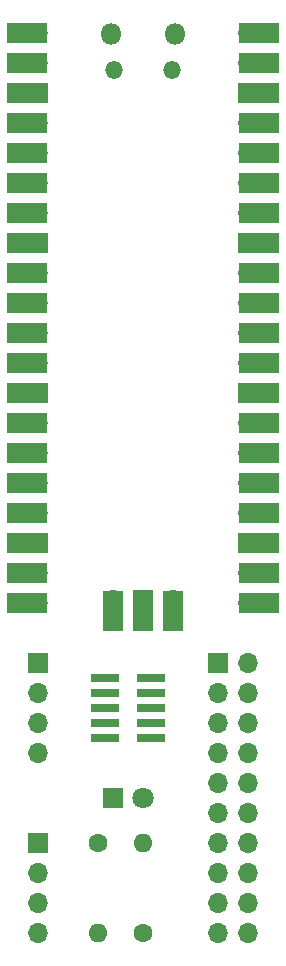
<source format=gbr>
%TF.GenerationSoftware,KiCad,Pcbnew,(6.0.6)*%
%TF.CreationDate,2022-08-06T18:53:41-04:00*%
%TF.ProjectId,freedap-pico,66726565-6461-4702-9d70-69636f2e6b69,rev?*%
%TF.SameCoordinates,Original*%
%TF.FileFunction,Soldermask,Top*%
%TF.FilePolarity,Negative*%
%FSLAX46Y46*%
G04 Gerber Fmt 4.6, Leading zero omitted, Abs format (unit mm)*
G04 Created by KiCad (PCBNEW (6.0.6)) date 2022-08-06 18:53:41*
%MOMM*%
%LPD*%
G01*
G04 APERTURE LIST*
%ADD10R,1.700000X1.700000*%
%ADD11O,1.700000X1.700000*%
%ADD12R,2.400000X0.740000*%
%ADD13O,1.500000X1.500000*%
%ADD14O,1.800000X1.800000*%
%ADD15R,3.500000X1.700000*%
%ADD16R,1.700000X3.500000*%
%ADD17C,1.600000*%
%ADD18O,1.600000X1.600000*%
%ADD19R,1.800000X1.800000*%
%ADD20C,1.800000*%
G04 APERTURE END LIST*
D10*
%TO.C,JPILL1*%
X46990000Y-90170000D03*
D11*
X46990000Y-92710000D03*
X46990000Y-95250000D03*
X46990000Y-97790000D03*
%TD*%
D12*
%TO.C,JSWD1*%
X52660000Y-91440000D03*
X56560000Y-91440000D03*
X52660000Y-92710000D03*
X56560000Y-92710000D03*
X52660000Y-93980000D03*
X56560000Y-93980000D03*
X52660000Y-95250000D03*
X56560000Y-95250000D03*
X52660000Y-96520000D03*
X56560000Y-96520000D03*
%TD*%
D10*
%TO.C,JVCP1*%
X46990000Y-105420000D03*
D11*
X46990000Y-107960000D03*
X46990000Y-110500000D03*
X46990000Y-113040000D03*
%TD*%
D13*
%TO.C,U1*%
X53455000Y-39990000D03*
X58305000Y-39990000D03*
D14*
X53155000Y-36960000D03*
X58605000Y-36960000D03*
D15*
X46090000Y-36830000D03*
D11*
X46990000Y-36830000D03*
X46990000Y-39370000D03*
D15*
X46090000Y-39370000D03*
D10*
X46990000Y-41910000D03*
D15*
X46090000Y-41910000D03*
D11*
X46990000Y-44450000D03*
D15*
X46090000Y-44450000D03*
D11*
X46990000Y-46990000D03*
D15*
X46090000Y-46990000D03*
X46090000Y-49530000D03*
D11*
X46990000Y-49530000D03*
X46990000Y-52070000D03*
D15*
X46090000Y-52070000D03*
D10*
X46990000Y-54610000D03*
D15*
X46090000Y-54610000D03*
D11*
X46990000Y-57150000D03*
D15*
X46090000Y-57150000D03*
X46090000Y-59690000D03*
D11*
X46990000Y-59690000D03*
X46990000Y-62230000D03*
D15*
X46090000Y-62230000D03*
D11*
X46990000Y-64770000D03*
D15*
X46090000Y-64770000D03*
X46090000Y-67310000D03*
D10*
X46990000Y-67310000D03*
D11*
X46990000Y-69850000D03*
D15*
X46090000Y-69850000D03*
D11*
X46990000Y-72390000D03*
D15*
X46090000Y-72390000D03*
D11*
X46990000Y-74930000D03*
D15*
X46090000Y-74930000D03*
D11*
X46990000Y-77470000D03*
D15*
X46090000Y-77470000D03*
X46090000Y-80010000D03*
D10*
X46990000Y-80010000D03*
D11*
X46990000Y-82550000D03*
D15*
X46090000Y-82550000D03*
D11*
X46990000Y-85090000D03*
D15*
X46090000Y-85090000D03*
D11*
X64770000Y-85090000D03*
D15*
X65670000Y-85090000D03*
D11*
X64770000Y-82550000D03*
D15*
X65670000Y-82550000D03*
X65670000Y-80010000D03*
D10*
X64770000Y-80010000D03*
D15*
X65670000Y-77470000D03*
D11*
X64770000Y-77470000D03*
D15*
X65670000Y-74930000D03*
D11*
X64770000Y-74930000D03*
X64770000Y-72390000D03*
D15*
X65670000Y-72390000D03*
D11*
X64770000Y-69850000D03*
D15*
X65670000Y-69850000D03*
X65670000Y-67310000D03*
D10*
X64770000Y-67310000D03*
D11*
X64770000Y-64770000D03*
D15*
X65670000Y-64770000D03*
X65670000Y-62230000D03*
D11*
X64770000Y-62230000D03*
X64770000Y-59690000D03*
D15*
X65670000Y-59690000D03*
D11*
X64770000Y-57150000D03*
D15*
X65670000Y-57150000D03*
D10*
X64770000Y-54610000D03*
D15*
X65670000Y-54610000D03*
X65670000Y-52070000D03*
D11*
X64770000Y-52070000D03*
D15*
X65670000Y-49530000D03*
D11*
X64770000Y-49530000D03*
X64770000Y-46990000D03*
D15*
X65670000Y-46990000D03*
X65670000Y-44450000D03*
D11*
X64770000Y-44450000D03*
D10*
X64770000Y-41910000D03*
D15*
X65670000Y-41910000D03*
D11*
X64770000Y-39370000D03*
D15*
X65670000Y-39370000D03*
D11*
X64770000Y-36830000D03*
D15*
X65670000Y-36830000D03*
D11*
X53340000Y-84860000D03*
D16*
X53340000Y-85760000D03*
D10*
X55880000Y-84860000D03*
D16*
X55880000Y-85760000D03*
X58420000Y-85760000D03*
D11*
X58420000Y-84860000D03*
%TD*%
D10*
%TO.C,JJTAG1*%
X62225000Y-90175000D03*
D11*
X64765000Y-90175000D03*
X62225000Y-92715000D03*
X64765000Y-92715000D03*
X62225000Y-95255000D03*
X64765000Y-95255000D03*
X62225000Y-97795000D03*
X64765000Y-97795000D03*
X62225000Y-100335000D03*
X64765000Y-100335000D03*
X62225000Y-102875000D03*
X64765000Y-102875000D03*
X62225000Y-105415000D03*
X64765000Y-105415000D03*
X62225000Y-107955000D03*
X64765000Y-107955000D03*
X62225000Y-110495000D03*
X64765000Y-110495000D03*
X62225000Y-113035000D03*
X64765000Y-113035000D03*
%TD*%
D17*
%TO.C,RLED1*%
X52070000Y-105410000D03*
D18*
X52070000Y-113030000D03*
%TD*%
D19*
%TO.C,DVCP1*%
X53340000Y-101600000D03*
D20*
X55880000Y-101600000D03*
%TD*%
D17*
%TO.C,RTRS1*%
X55880000Y-113030000D03*
D18*
X55880000Y-105410000D03*
%TD*%
M02*

</source>
